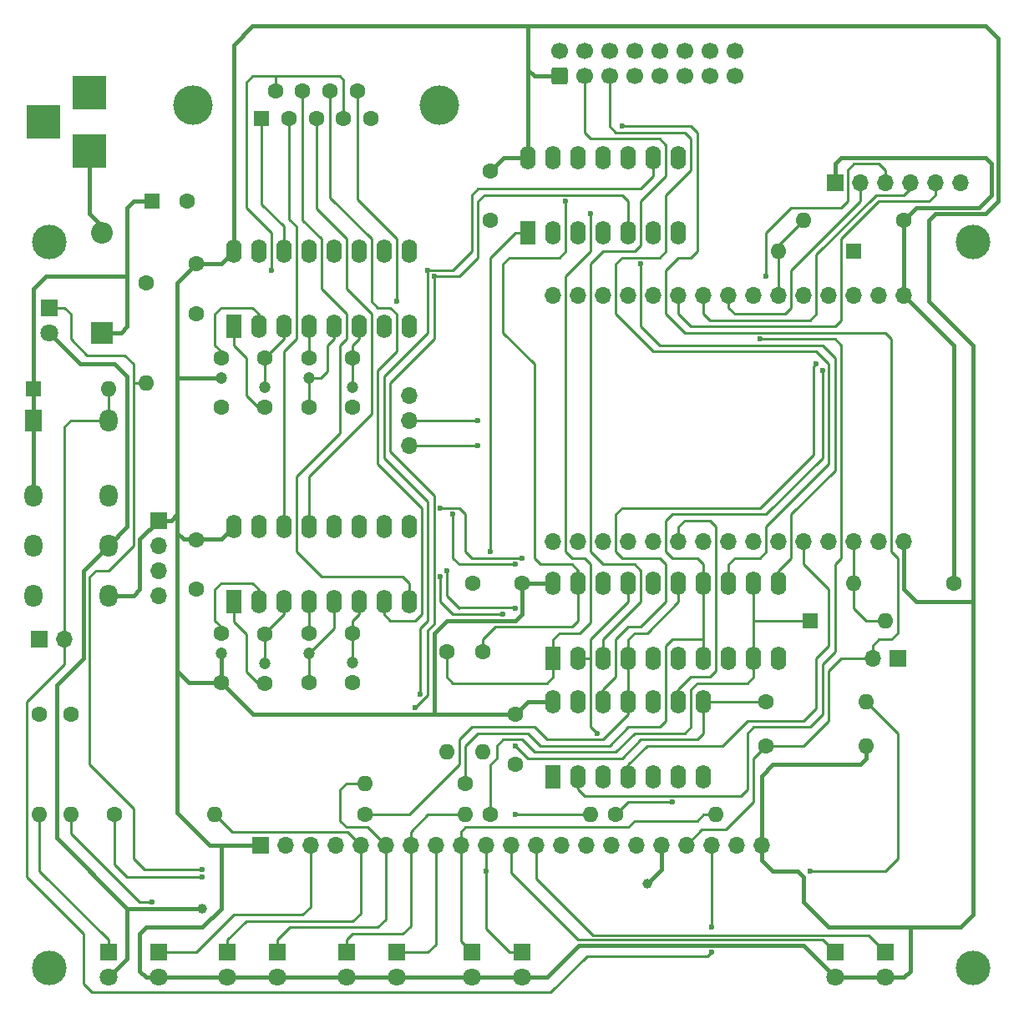
<source format=gtl>
G04 #@! TF.GenerationSoftware,KiCad,Pcbnew,8.0.4*
G04 #@! TF.CreationDate,2024-07-28T06:14:52+02:00*
G04 #@! TF.ProjectId,BulkyModem-32 Module,42756c6b-794d-46f6-9465-6d2d3332204d,rev?*
G04 #@! TF.SameCoordinates,Original*
G04 #@! TF.FileFunction,Copper,L1,Top*
G04 #@! TF.FilePolarity,Positive*
%FSLAX46Y46*%
G04 Gerber Fmt 4.6, Leading zero omitted, Abs format (unit mm)*
G04 Created by KiCad (PCBNEW 8.0.4) date 2024-07-28 06:14:52*
%MOMM*%
%LPD*%
G01*
G04 APERTURE LIST*
G04 Aperture macros list*
%AMRoundRect*
0 Rectangle with rounded corners*
0 $1 Rounding radius*
0 $2 $3 $4 $5 $6 $7 $8 $9 X,Y pos of 4 corners*
0 Add a 4 corners polygon primitive as box body*
4,1,4,$2,$3,$4,$5,$6,$7,$8,$9,$2,$3,0*
0 Add four circle primitives for the rounded corners*
1,1,$1+$1,$2,$3*
1,1,$1+$1,$4,$5*
1,1,$1+$1,$6,$7*
1,1,$1+$1,$8,$9*
0 Add four rect primitives between the rounded corners*
20,1,$1+$1,$2,$3,$4,$5,0*
20,1,$1+$1,$4,$5,$6,$7,0*
20,1,$1+$1,$6,$7,$8,$9,0*
20,1,$1+$1,$8,$9,$2,$3,0*%
G04 Aperture macros list end*
G04 #@! TA.AperFunction,ComponentPad*
%ADD10R,1.700000X1.700000*%
G04 #@! TD*
G04 #@! TA.AperFunction,ComponentPad*
%ADD11O,1.700000X1.700000*%
G04 #@! TD*
G04 #@! TA.AperFunction,ComponentPad*
%ADD12O,1.600000X2.400000*%
G04 #@! TD*
G04 #@! TA.AperFunction,ComponentPad*
%ADD13R,1.600000X2.400000*%
G04 #@! TD*
G04 #@! TA.AperFunction,ComponentPad*
%ADD14C,1.600000*%
G04 #@! TD*
G04 #@! TA.AperFunction,ComponentPad*
%ADD15O,1.600000X1.600000*%
G04 #@! TD*
G04 #@! TA.AperFunction,ComponentPad*
%ADD16R,1.600000X1.600000*%
G04 #@! TD*
G04 #@! TA.AperFunction,ComponentPad*
%ADD17C,3.500000*%
G04 #@! TD*
G04 #@! TA.AperFunction,ComponentPad*
%ADD18R,1.800000X1.800000*%
G04 #@! TD*
G04 #@! TA.AperFunction,ComponentPad*
%ADD19C,1.800000*%
G04 #@! TD*
G04 #@! TA.AperFunction,ComponentPad*
%ADD20C,4.000000*%
G04 #@! TD*
G04 #@! TA.AperFunction,ComponentPad*
%ADD21R,3.500000X3.500000*%
G04 #@! TD*
G04 #@! TA.AperFunction,ComponentPad*
%ADD22O,1.800000X2.300000*%
G04 #@! TD*
G04 #@! TA.AperFunction,ComponentPad*
%ADD23R,1.800000X2.300000*%
G04 #@! TD*
G04 #@! TA.AperFunction,ComponentPad*
%ADD24C,1.200000*%
G04 #@! TD*
G04 #@! TA.AperFunction,ComponentPad*
%ADD25C,1.700000*%
G04 #@! TD*
G04 #@! TA.AperFunction,ComponentPad*
%ADD26RoundRect,0.250000X0.600000X-0.600000X0.600000X0.600000X-0.600000X0.600000X-0.600000X-0.600000X0*%
G04 #@! TD*
G04 #@! TA.AperFunction,ComponentPad*
%ADD27R,2.200000X2.200000*%
G04 #@! TD*
G04 #@! TA.AperFunction,ComponentPad*
%ADD28O,2.200000X2.200000*%
G04 #@! TD*
G04 #@! TA.AperFunction,ViaPad*
%ADD29C,0.600000*%
G04 #@! TD*
G04 #@! TA.AperFunction,ViaPad*
%ADD30C,1.000000*%
G04 #@! TD*
G04 #@! TA.AperFunction,Conductor*
%ADD31C,0.250000*%
G04 #@! TD*
G04 #@! TA.AperFunction,Conductor*
%ADD32C,0.381000*%
G04 #@! TD*
G04 APERTURE END LIST*
D10*
X153035000Y-71755000D03*
D11*
X155575000Y-71755000D03*
X158115000Y-71755000D03*
X160655000Y-71755000D03*
X163195000Y-71755000D03*
X165735000Y-71755000D03*
D12*
X121920000Y-69215000D03*
X124460000Y-69215000D03*
X127000000Y-69215000D03*
X129540000Y-69215000D03*
X132080000Y-69215000D03*
X134620000Y-69215000D03*
X137160000Y-69215000D03*
X137160000Y-76835000D03*
X134620000Y-76835000D03*
X132080000Y-76835000D03*
X129540000Y-76835000D03*
X127000000Y-76835000D03*
X124460000Y-76835000D03*
D13*
X121920000Y-76835000D03*
D14*
X165100000Y-112395000D03*
D15*
X154940000Y-112395000D03*
X149860000Y-75565000D03*
D14*
X160020000Y-75565000D03*
D16*
X154940000Y-78740000D03*
D15*
X147320000Y-78740000D03*
D16*
X150495000Y-116205000D03*
D15*
X158115000Y-116205000D03*
D17*
X167005000Y-77785000D03*
X73355000Y-77785000D03*
X167005000Y-151435000D03*
D11*
X124460000Y-108185000D03*
X127000000Y-108185000D03*
X129540000Y-108185000D03*
X132080000Y-108185000D03*
X134620000Y-108185000D03*
X137160000Y-108185000D03*
X139700000Y-108185000D03*
X142240000Y-108185000D03*
X144780000Y-108185000D03*
X147320000Y-108185000D03*
X149860000Y-108185000D03*
X152400000Y-108185000D03*
X154940000Y-108185000D03*
X157480000Y-108185000D03*
X160020000Y-108185000D03*
X160020000Y-83185000D03*
X157480000Y-83185000D03*
X154940000Y-83185000D03*
X152400000Y-83185000D03*
X149860000Y-83185000D03*
X147320000Y-83185000D03*
X144780000Y-83185000D03*
X142240000Y-83185000D03*
X139700000Y-83185000D03*
X137160000Y-83185000D03*
X134620000Y-83185000D03*
X132080000Y-83185000D03*
X129540000Y-83185000D03*
X127000000Y-83185000D03*
X124460000Y-83185000D03*
D18*
X84455000Y-149860000D03*
D19*
X84455000Y-152400000D03*
D18*
X96520000Y-149860000D03*
D19*
X96520000Y-152400000D03*
D18*
X91440000Y-149860000D03*
D19*
X91440000Y-152400000D03*
D18*
X108585000Y-149860000D03*
D19*
X108585000Y-152400000D03*
D18*
X103505000Y-149860000D03*
D19*
X103505000Y-152400000D03*
D18*
X153035000Y-149860000D03*
D19*
X153035000Y-152400000D03*
D18*
X158115000Y-149860000D03*
D19*
X158115000Y-152400000D03*
D14*
X104600000Y-62438000D03*
X101830000Y-62438000D03*
X99060000Y-62438000D03*
X96290000Y-62438000D03*
X105985000Y-65278000D03*
X103215000Y-65278000D03*
X100445000Y-65278000D03*
X97675000Y-65278000D03*
D16*
X94905000Y-65278000D03*
D20*
X87945000Y-63858000D03*
X112945000Y-63858000D03*
D10*
X94780000Y-138970000D03*
D11*
X97320000Y-138970000D03*
X99860000Y-138970000D03*
X102400000Y-138970000D03*
X104940000Y-138970000D03*
X107480000Y-138970000D03*
X110020000Y-138970000D03*
X112560000Y-138970000D03*
X115100000Y-138970000D03*
X117640000Y-138970000D03*
X120180000Y-138970000D03*
X122720000Y-138970000D03*
X125260000Y-138970000D03*
X127800000Y-138970000D03*
X130340000Y-138970000D03*
X132880000Y-138970000D03*
X135420000Y-138970000D03*
X137960000Y-138970000D03*
X140500000Y-138970000D03*
X143040000Y-138970000D03*
X145580000Y-138970000D03*
X74930000Y-118110000D03*
D10*
X72390000Y-118110000D03*
X159385000Y-120015000D03*
D11*
X156845000Y-120015000D03*
D17*
X73355000Y-151435000D03*
D14*
X115570000Y-132715000D03*
D15*
X105410000Y-132715000D03*
D14*
X80010000Y-135890000D03*
D15*
X90170000Y-135890000D03*
D14*
X118110000Y-135890000D03*
D15*
X128270000Y-135890000D03*
D14*
X105410000Y-135890000D03*
D15*
X115570000Y-135890000D03*
D14*
X113665000Y-119380000D03*
D15*
X113665000Y-129540000D03*
D14*
X117348000Y-119380000D03*
D15*
X117348000Y-129540000D03*
D13*
X92075000Y-114300000D03*
D12*
X94615000Y-114300000D03*
X97155000Y-114300000D03*
X99695000Y-114300000D03*
X102235000Y-114300000D03*
X104775000Y-114300000D03*
X107315000Y-114300000D03*
X109855000Y-114300000D03*
X109855000Y-106680000D03*
X107315000Y-106680000D03*
X104775000Y-106680000D03*
X102235000Y-106680000D03*
X99695000Y-106680000D03*
X97155000Y-106680000D03*
X94615000Y-106680000D03*
X92075000Y-106680000D03*
D21*
X77470000Y-68580000D03*
X77470000Y-62580000D03*
X72770000Y-65580000D03*
D22*
X79375000Y-95885000D03*
X79375000Y-103505000D03*
X79375000Y-108585000D03*
X79375000Y-113665000D03*
X71755000Y-113665000D03*
X71755000Y-108585000D03*
X71755000Y-103505000D03*
D23*
X71755000Y-95885000D03*
D14*
X90805000Y-89535000D03*
D24*
X90805000Y-91535000D03*
D14*
X90805000Y-94535000D03*
X104140000Y-94535000D03*
D24*
X104140000Y-92535000D03*
D14*
X104140000Y-89535000D03*
X99695000Y-89535000D03*
D24*
X99695000Y-91535000D03*
D14*
X99695000Y-94535000D03*
X95250000Y-94535000D03*
D24*
X95250000Y-92535000D03*
D14*
X95250000Y-89535000D03*
X88265000Y-80010000D03*
X88265000Y-85010000D03*
X118110000Y-75565000D03*
X118110000Y-70565000D03*
D18*
X116205000Y-149860000D03*
D19*
X116205000Y-152400000D03*
D14*
X130810000Y-135890000D03*
D15*
X140970000Y-135890000D03*
D13*
X92075000Y-86360000D03*
D12*
X94615000Y-86360000D03*
X97155000Y-86360000D03*
X99695000Y-86360000D03*
X102235000Y-86360000D03*
X104775000Y-86360000D03*
X107315000Y-86360000D03*
X109855000Y-86360000D03*
X109855000Y-78740000D03*
X107315000Y-78740000D03*
X104775000Y-78740000D03*
X102235000Y-78740000D03*
X99695000Y-78740000D03*
X97155000Y-78740000D03*
X94615000Y-78740000D03*
X92075000Y-78740000D03*
D14*
X116285000Y-112395000D03*
X121285000Y-112395000D03*
X88265000Y-107990000D03*
X88265000Y-112990000D03*
X95250000Y-122555000D03*
D24*
X95250000Y-120555000D03*
D14*
X95250000Y-117555000D03*
X99695000Y-117475000D03*
D24*
X99695000Y-119475000D03*
D14*
X99695000Y-122475000D03*
X90805000Y-117475000D03*
D24*
X90805000Y-119475000D03*
D14*
X90805000Y-122475000D03*
X104140000Y-122475000D03*
D24*
X104140000Y-120475000D03*
D14*
X104140000Y-117475000D03*
D25*
X142875000Y-58420000D03*
X140335000Y-58420000D03*
X137795000Y-58420000D03*
X135255000Y-58420000D03*
X132715000Y-58420000D03*
X130175000Y-58420000D03*
X127635000Y-58420000D03*
X125095000Y-58420000D03*
X142875000Y-60960000D03*
X140335000Y-60960000D03*
X137795000Y-60960000D03*
X135255000Y-60960000D03*
X132715000Y-60960000D03*
X130175000Y-60960000D03*
X127635000Y-60960000D03*
D26*
X125095000Y-60960000D03*
D14*
X75565000Y-125730000D03*
D15*
X75565000Y-135890000D03*
D18*
X121285000Y-149860000D03*
D19*
X121285000Y-152400000D03*
D14*
X146050000Y-124460000D03*
D15*
X156210000Y-124460000D03*
D14*
X120650000Y-125730000D03*
X120650000Y-130730000D03*
D27*
X78740000Y-86995000D03*
D28*
X78740000Y-76835000D03*
D14*
X72390000Y-125730000D03*
D15*
X72390000Y-135890000D03*
D13*
X124460000Y-132080000D03*
D12*
X127000000Y-132080000D03*
X129540000Y-132080000D03*
X132080000Y-132080000D03*
X134620000Y-132080000D03*
X137160000Y-132080000D03*
X139700000Y-132080000D03*
X139700000Y-124460000D03*
X137160000Y-124460000D03*
X134620000Y-124460000D03*
X132080000Y-124460000D03*
X129540000Y-124460000D03*
X127000000Y-124460000D03*
X124460000Y-124460000D03*
D18*
X79375000Y-149860000D03*
D19*
X79375000Y-152400000D03*
D18*
X73355000Y-84450000D03*
D19*
X73355000Y-86990000D03*
D14*
X83185000Y-81915000D03*
D15*
X83185000Y-92075000D03*
D16*
X83820000Y-73660000D03*
D14*
X87320000Y-73660000D03*
X146050000Y-128905000D03*
D15*
X156210000Y-128905000D03*
D10*
X84455000Y-106045000D03*
D11*
X84455000Y-108585000D03*
X84455000Y-111125000D03*
X84455000Y-113665000D03*
X109855000Y-98425000D03*
X109855000Y-95885000D03*
X109855000Y-93345000D03*
D15*
X79375000Y-92710000D03*
D16*
X71755000Y-92710000D03*
D13*
X124460000Y-120005000D03*
D12*
X127000000Y-120005000D03*
X129540000Y-120005000D03*
X132080000Y-120005000D03*
X134620000Y-120005000D03*
X137160000Y-120005000D03*
X139700000Y-120005000D03*
X142240000Y-120005000D03*
X144780000Y-120005000D03*
X147320000Y-120005000D03*
X147320000Y-112385000D03*
X144780000Y-112385000D03*
X142240000Y-112385000D03*
X139700000Y-112385000D03*
X137160000Y-112385000D03*
X134620000Y-112385000D03*
X132080000Y-112385000D03*
X129540000Y-112385000D03*
X127000000Y-112385000D03*
X124460000Y-112385000D03*
D29*
X116840000Y-98425000D03*
X116840000Y-95885000D03*
X128270000Y-74930000D03*
X146050000Y-81280000D03*
X133350000Y-80010000D03*
X131445000Y-66040000D03*
X118110000Y-109220000D03*
X114300000Y-105410000D03*
X120650000Y-110490000D03*
X113020000Y-104775000D03*
X121285000Y-109855000D03*
X113665000Y-111125000D03*
X113030000Y-111760000D03*
X120594500Y-114935000D03*
X119380000Y-115514500D03*
X128905000Y-127635000D03*
X151765000Y-90805000D03*
X151130000Y-90170000D03*
X125730000Y-73660000D03*
X145415000Y-87630000D03*
X150495000Y-141605000D03*
X120650000Y-128905000D03*
X111760000Y-80645000D03*
X110972808Y-123672808D03*
X110490000Y-125039500D03*
X112395000Y-81280000D03*
X108585000Y-83820000D03*
X117640000Y-141605000D03*
X136525000Y-134620000D03*
X95885000Y-80645000D03*
X88900000Y-142240000D03*
X140500000Y-147320000D03*
X140500000Y-149860000D03*
X83820000Y-144724500D03*
X120650000Y-135890000D03*
D30*
X133985000Y-142875000D03*
X88900000Y-145415000D03*
D29*
X88900000Y-141439997D03*
D31*
X116840000Y-98425000D02*
X109855000Y-98425000D01*
X116840000Y-95885000D02*
X109855000Y-95885000D01*
X123190000Y-110490000D02*
X126365000Y-110490000D01*
X122555000Y-109855000D02*
X123190000Y-110490000D01*
X122555000Y-90170000D02*
X122555000Y-109855000D01*
X119380000Y-86995000D02*
X122555000Y-90170000D01*
X119380000Y-80010000D02*
X119380000Y-86995000D01*
X120015000Y-79375000D02*
X119380000Y-80010000D01*
X125730000Y-78740000D02*
X125095000Y-79375000D01*
X127000000Y-111125000D02*
X127000000Y-112385000D01*
X125730000Y-73660000D02*
X125730000Y-78740000D01*
X125095000Y-79375000D02*
X120015000Y-79375000D01*
X126365000Y-110490000D02*
X127000000Y-111125000D01*
X124460000Y-118110000D02*
X124460000Y-120005000D01*
X125095000Y-117475000D02*
X124460000Y-118110000D01*
X128270000Y-110490000D02*
X128270000Y-116363750D01*
X128270000Y-116363750D02*
X127158750Y-117475000D01*
X127158750Y-117475000D02*
X125095000Y-117475000D01*
X126365000Y-109855000D02*
X127635000Y-109855000D01*
X125730000Y-81280000D02*
X125730000Y-109220000D01*
X127635000Y-109855000D02*
X128270000Y-110490000D01*
X128270000Y-78740000D02*
X125730000Y-81280000D01*
X128270000Y-74930000D02*
X128270000Y-78740000D01*
X125730000Y-109220000D02*
X126365000Y-109855000D01*
X129540000Y-118110000D02*
X129540000Y-120005000D01*
X133350000Y-111125000D02*
X133350000Y-114300000D01*
X132715000Y-110490000D02*
X133350000Y-111125000D01*
X129540000Y-110490000D02*
X132715000Y-110490000D01*
X128270000Y-109220000D02*
X129540000Y-110490000D01*
X128270000Y-80010000D02*
X128270000Y-109220000D01*
X132715000Y-78740000D02*
X129540000Y-78740000D01*
X133350000Y-114300000D02*
X129540000Y-118110000D01*
X133350000Y-73660000D02*
X133350000Y-78105000D01*
X135890000Y-71120000D02*
X133350000Y-73660000D01*
X135255000Y-67310000D02*
X135890000Y-67945000D01*
X128270000Y-67310000D02*
X135255000Y-67310000D01*
X129540000Y-78740000D02*
X128270000Y-80010000D01*
X127635000Y-66675000D02*
X128270000Y-67310000D01*
X135890000Y-67945000D02*
X135890000Y-71120000D01*
X127635000Y-60960000D02*
X127635000Y-66675000D01*
X133350000Y-78105000D02*
X132715000Y-78740000D01*
X142240000Y-110490000D02*
X142240000Y-112385000D01*
X142875000Y-109855000D02*
X142240000Y-110490000D01*
X146050000Y-109220000D02*
X145415000Y-109855000D01*
X146050000Y-106680000D02*
X146050000Y-109220000D01*
X152400000Y-100330000D02*
X146050000Y-106680000D01*
X152400000Y-90170000D02*
X152400000Y-100330000D01*
X134620000Y-88900000D02*
X151130000Y-88900000D01*
X130810000Y-85090000D02*
X134620000Y-88900000D01*
X145415000Y-109855000D02*
X142875000Y-109855000D01*
X130810000Y-80010000D02*
X130810000Y-85090000D01*
X131445000Y-79375000D02*
X130810000Y-80010000D01*
X135255000Y-79375000D02*
X131445000Y-79375000D01*
X138430000Y-70485000D02*
X135890000Y-73025000D01*
X137795000Y-66675000D02*
X138430000Y-67310000D01*
X130810000Y-66675000D02*
X137795000Y-66675000D01*
X135890000Y-73025000D02*
X135890000Y-78740000D01*
X138430000Y-67310000D02*
X138430000Y-70485000D01*
X130175000Y-66040000D02*
X130810000Y-66675000D01*
X130175000Y-60960000D02*
X130175000Y-66040000D01*
X151130000Y-88900000D02*
X152400000Y-90170000D01*
X135890000Y-78740000D02*
X135255000Y-79375000D01*
X120650000Y-76835000D02*
X121920000Y-76835000D01*
X118110000Y-79375000D02*
X120650000Y-76835000D01*
X118110000Y-109220000D02*
X118110000Y-79375000D01*
X147320000Y-111125000D02*
X147320000Y-112385000D01*
X148590000Y-109855000D02*
X147320000Y-111125000D01*
X153035000Y-100965000D02*
X148590000Y-105410000D01*
X148590000Y-105410000D02*
X148590000Y-109855000D01*
X151765000Y-88265000D02*
X153035000Y-89535000D01*
X153035000Y-89535000D02*
X153035000Y-100965000D01*
X135255000Y-88265000D02*
X151765000Y-88265000D01*
X133350000Y-86360000D02*
X135255000Y-88265000D01*
X133350000Y-80010000D02*
X133350000Y-86360000D01*
X138430000Y-66040000D02*
X131445000Y-66040000D01*
X139065000Y-66675000D02*
X138430000Y-66040000D01*
X139065000Y-78740000D02*
X139065000Y-66675000D01*
X138430000Y-79375000D02*
X139065000Y-78740000D01*
X137160000Y-79375000D02*
X138430000Y-79375000D01*
X135890000Y-80645000D02*
X137160000Y-79375000D01*
X135890000Y-85090000D02*
X135890000Y-80645000D01*
X137795000Y-86995000D02*
X135890000Y-85090000D01*
X137795000Y-86995000D02*
X158115000Y-86995000D01*
X157480000Y-69850000D02*
X158115000Y-70485000D01*
X158115000Y-70485000D02*
X158115000Y-71755000D01*
X154940000Y-69850000D02*
X157480000Y-69850000D01*
X154305000Y-70485000D02*
X154940000Y-69850000D01*
X154305000Y-73660000D02*
X154305000Y-70485000D01*
X148590000Y-74295000D02*
X153670000Y-74295000D01*
X146050000Y-76835000D02*
X148590000Y-74295000D01*
X146050000Y-81280000D02*
X146050000Y-76835000D01*
X153670000Y-74295000D02*
X154305000Y-73660000D01*
X158750000Y-118110000D02*
X157480000Y-118110000D01*
X159385000Y-117475000D02*
X158750000Y-118110000D01*
X157480000Y-118110000D02*
X156845000Y-118745000D01*
X159385000Y-109855000D02*
X159385000Y-117475000D01*
X158750000Y-109220000D02*
X159385000Y-109855000D01*
X158115000Y-86995000D02*
X158750000Y-87630000D01*
X158750000Y-87630000D02*
X158750000Y-109220000D01*
X156845000Y-118745000D02*
X156845000Y-120015000D01*
X130810000Y-121920000D02*
X129540000Y-123190000D01*
X129540000Y-123190000D02*
X129540000Y-124460000D01*
X130810000Y-118110000D02*
X130810000Y-121920000D01*
X132080000Y-116840000D02*
X130810000Y-118110000D01*
X135890000Y-114300000D02*
X133350000Y-116840000D01*
X133350000Y-116840000D02*
X132080000Y-116840000D01*
X135255000Y-109855000D02*
X135890000Y-110490000D01*
X135890000Y-110490000D02*
X135890000Y-114300000D01*
X130810000Y-109220000D02*
X131445000Y-109855000D01*
X130810000Y-105410000D02*
X130810000Y-109220000D01*
X131445000Y-104775000D02*
X130810000Y-105410000D01*
X150812500Y-99377500D02*
X145415000Y-104775000D01*
X145415000Y-104775000D02*
X131445000Y-104775000D01*
X150812500Y-90487500D02*
X150812500Y-99377500D01*
X131445000Y-109855000D02*
X135255000Y-109855000D01*
X151130000Y-90170000D02*
X150812500Y-90487500D01*
X139700000Y-110490000D02*
X139700000Y-112385000D01*
X136525000Y-109855000D02*
X139065000Y-109855000D01*
X135890000Y-106045000D02*
X135890000Y-109220000D01*
X136525000Y-105410000D02*
X135890000Y-106045000D01*
X139065000Y-109855000D02*
X139700000Y-110490000D01*
X146050000Y-105410000D02*
X136525000Y-105410000D01*
X151765000Y-99695000D02*
X146050000Y-105410000D01*
X135890000Y-109220000D02*
X136525000Y-109855000D01*
X151765000Y-90805000D02*
X151765000Y-99695000D01*
X138430698Y-121920000D02*
X137160000Y-123190698D01*
X140335000Y-106045000D02*
X140970000Y-106680000D01*
X137795000Y-106045000D02*
X140335000Y-106045000D01*
X140970000Y-121285000D02*
X140335000Y-121920000D01*
X140970000Y-106680000D02*
X140970000Y-121285000D01*
X137160000Y-106680000D02*
X137795000Y-106045000D01*
X137160000Y-108185000D02*
X137160000Y-106680000D01*
X140335000Y-121920000D02*
X138430698Y-121920000D01*
X137160000Y-123190698D02*
X137160000Y-124460000D01*
X114935000Y-104775000D02*
X113020000Y-104775000D01*
X115570000Y-105410000D02*
X114935000Y-104775000D01*
X115570000Y-109220000D02*
X115570000Y-105410000D01*
X121285000Y-109855000D02*
X116205000Y-109855000D01*
X116205000Y-109855000D02*
X115570000Y-109220000D01*
X114300000Y-109855000D02*
X114300000Y-105410000D01*
X114935000Y-110490000D02*
X114300000Y-109855000D01*
X120650000Y-110490000D02*
X114935000Y-110490000D01*
X113665000Y-113665000D02*
X113665000Y-111125000D01*
X114980500Y-114889500D02*
X114935000Y-114935000D01*
X114935000Y-114935000D02*
X113665000Y-113665000D01*
X120549000Y-114889500D02*
X114980500Y-114889500D01*
X120594500Y-114935000D02*
X120549000Y-114889500D01*
X113030000Y-114300000D02*
X113030000Y-111760000D01*
X119380000Y-115514500D02*
X114244500Y-115514500D01*
X114244500Y-115514500D02*
X113030000Y-114300000D01*
X99060000Y-75565000D02*
X99060000Y-62438000D01*
X100965000Y-82550000D02*
X100965000Y-77470000D01*
X103505000Y-85090000D02*
X100965000Y-82550000D01*
X100965000Y-77470000D02*
X99060000Y-75565000D01*
X102870000Y-88265000D02*
X103505000Y-87630000D01*
X102870000Y-97155000D02*
X102870000Y-88265000D01*
X98425000Y-101600000D02*
X102870000Y-97155000D01*
X100965000Y-111760000D02*
X98425000Y-109220000D01*
X103505000Y-87630000D02*
X103505000Y-85090000D01*
X109855000Y-112395000D02*
X109220000Y-111760000D01*
X98425000Y-109220000D02*
X98425000Y-101600000D01*
X109855000Y-114300000D02*
X109855000Y-112395000D01*
X109220000Y-111760000D02*
X100965000Y-111760000D01*
X132080000Y-118110000D02*
X132080000Y-120005000D01*
X132715000Y-117475000D02*
X132080000Y-118110000D01*
X137160000Y-114300000D02*
X133985000Y-117475000D01*
X133985000Y-117475000D02*
X132715000Y-117475000D01*
X137160000Y-112385000D02*
X137160000Y-114300000D01*
D32*
X121285000Y-115570000D02*
X121285000Y-112395000D01*
X120650000Y-116205000D02*
X121285000Y-115570000D01*
X113665000Y-116205000D02*
X120650000Y-116205000D01*
X112395000Y-117475000D02*
X113665000Y-116205000D01*
X112395000Y-125730000D02*
X112395000Y-117475000D01*
X124460000Y-112385000D02*
X121295000Y-112385000D01*
D31*
X118618000Y-116840000D02*
X117348000Y-118110000D01*
X127000000Y-116205000D02*
X126365000Y-116840000D01*
X126365000Y-116840000D02*
X118618000Y-116840000D01*
X117348000Y-118110000D02*
X117348000Y-119380000D01*
X127000000Y-112385000D02*
X127000000Y-116205000D01*
X127000000Y-120005000D02*
X128260000Y-120005000D01*
X128270000Y-120015000D02*
X128270000Y-127000000D01*
X128270000Y-118110000D02*
X128270000Y-120015000D01*
X128260000Y-120005000D02*
X128270000Y-120015000D01*
X132080000Y-114300000D02*
X128270000Y-118110000D01*
X128905000Y-127635000D02*
X128270000Y-127000000D01*
X114935000Y-130810000D02*
X109855000Y-135890000D01*
X109855000Y-135890000D02*
X105410000Y-135890000D01*
X116205000Y-127000000D02*
X114935000Y-128270000D01*
X122555000Y-127000000D02*
X116205000Y-127000000D01*
X114935000Y-128270000D02*
X114935000Y-130810000D01*
X129540000Y-128270000D02*
X123825000Y-128270000D01*
X123825000Y-128270000D02*
X122555000Y-127000000D01*
X132080000Y-125730000D02*
X129540000Y-128270000D01*
X132080000Y-124460000D02*
X132080000Y-125730000D01*
X115570000Y-128905000D02*
X115570000Y-132715000D01*
X121920000Y-127635000D02*
X116840000Y-127635000D01*
X130175000Y-128905000D02*
X123190000Y-128905000D01*
X132080000Y-127000000D02*
X130175000Y-128905000D01*
X123190000Y-128905000D02*
X121920000Y-127635000D01*
X135255000Y-127000000D02*
X132080000Y-127000000D01*
X116840000Y-127635000D02*
X115570000Y-128905000D01*
X135890000Y-126365000D02*
X135255000Y-127000000D01*
X136525000Y-118110000D02*
X135890000Y-118745000D01*
X135890000Y-118745000D02*
X135890000Y-126365000D01*
X139700000Y-118110000D02*
X136525000Y-118110000D01*
X118110000Y-130810000D02*
X118110000Y-135890000D01*
X119380000Y-128270000D02*
X118745000Y-128905000D01*
X121285000Y-128270000D02*
X119380000Y-128270000D01*
X118745000Y-128905000D02*
X118745000Y-130175000D01*
X122555000Y-129540000D02*
X121285000Y-128270000D01*
X132715000Y-127635000D02*
X130810000Y-129540000D01*
X118745000Y-130175000D02*
X118110000Y-130810000D01*
X137795000Y-127635000D02*
X132715000Y-127635000D01*
X144780000Y-120005000D02*
X144780000Y-121915000D01*
X139065000Y-122555000D02*
X138430000Y-123190000D01*
X144780000Y-121915000D02*
X144140000Y-122555000D01*
X138430000Y-123190000D02*
X138430000Y-127000000D01*
X144140000Y-122555000D02*
X139065000Y-122555000D01*
X138430000Y-127000000D02*
X137795000Y-127635000D01*
X130810000Y-129540000D02*
X122555000Y-129540000D01*
X139700000Y-127635000D02*
X139700000Y-124460000D01*
X133350000Y-128270000D02*
X139065000Y-128270000D01*
X139065000Y-128270000D02*
X139700000Y-127635000D01*
X131445000Y-130175000D02*
X133350000Y-128270000D01*
X121920000Y-130175000D02*
X131445000Y-130175000D01*
X120650000Y-128905000D02*
X121920000Y-130175000D01*
X149860000Y-110490000D02*
X149860000Y-108185000D01*
X152400000Y-113030000D02*
X149860000Y-110490000D01*
X152400000Y-118745000D02*
X152400000Y-113030000D01*
X151130000Y-125095000D02*
X151130000Y-120015000D01*
X149860000Y-126365000D02*
X151130000Y-125095000D01*
X141605000Y-128905000D02*
X144145000Y-126365000D01*
X151130000Y-120015000D02*
X152400000Y-118745000D01*
X133985000Y-128905000D02*
X141605000Y-128905000D01*
X144145000Y-126365000D02*
X149860000Y-126365000D01*
X132080000Y-130810000D02*
X133985000Y-128905000D01*
X132080000Y-132080000D02*
X132080000Y-130810000D01*
X139700000Y-118110000D02*
X139700000Y-112385000D01*
X139700000Y-120005000D02*
X139700000Y-118110000D01*
X153035000Y-87630000D02*
X145415000Y-87630000D01*
X153670000Y-88265000D02*
X153035000Y-87630000D01*
X153670000Y-109855000D02*
X153670000Y-88265000D01*
X153035000Y-110490000D02*
X153670000Y-109855000D01*
X153035000Y-119380000D02*
X153035000Y-110490000D01*
X151765000Y-125730698D02*
X151765000Y-120650000D01*
X144780000Y-127000000D02*
X150495698Y-127000000D01*
X144145000Y-127635000D02*
X144780000Y-127000000D01*
X143510000Y-133985000D02*
X144145000Y-133350000D01*
X144145000Y-133350000D02*
X144145000Y-127635000D01*
X151765000Y-120650000D02*
X153035000Y-119380000D01*
X127000000Y-133350000D02*
X127635000Y-133985000D01*
X150495698Y-127000000D02*
X151765000Y-125730698D01*
X127635000Y-133985000D02*
X143510000Y-133985000D01*
X127000000Y-132080000D02*
X127000000Y-133350000D01*
X132080000Y-134620000D02*
X130810000Y-135890000D01*
X136525000Y-134620000D02*
X132080000Y-134620000D01*
X132080000Y-114300000D02*
X132080000Y-112385000D01*
X158115000Y-141605000D02*
X150495000Y-141605000D01*
X159385000Y-127635000D02*
X159385000Y-140335000D01*
X156210000Y-124460000D02*
X159385000Y-127635000D01*
X146050000Y-124460000D02*
X139700000Y-124460000D01*
X159385000Y-140335000D02*
X158115000Y-141605000D01*
X152400000Y-121285000D02*
X153670000Y-120015000D01*
X152400000Y-126365000D02*
X152400000Y-121285000D01*
X149860000Y-128905000D02*
X152400000Y-126365000D01*
X146050000Y-128905000D02*
X149860000Y-128905000D01*
X139516000Y-137414000D02*
X137960000Y-138970000D01*
X144780000Y-130175000D02*
X144780000Y-134620000D01*
X141986000Y-137414000D02*
X139516000Y-137414000D01*
X146050000Y-128905000D02*
X144780000Y-130175000D01*
X144780000Y-134620000D02*
X141986000Y-137414000D01*
D32*
X156210000Y-130175000D02*
X156210000Y-128905000D01*
X155575000Y-130810000D02*
X156210000Y-130175000D01*
X146685000Y-130810000D02*
X155575000Y-130810000D01*
X145580000Y-131915000D02*
X146685000Y-130810000D01*
X145580000Y-138970000D02*
X145580000Y-131915000D01*
D31*
X156210000Y-116205000D02*
X158115000Y-116205000D01*
X154940000Y-114935000D02*
X156210000Y-116205000D01*
X154940000Y-112395000D02*
X154940000Y-114935000D01*
X150495000Y-116205000D02*
X144780000Y-116205000D01*
X156845000Y-120015000D02*
X153670000Y-120015000D01*
X107315000Y-115570000D02*
X107315000Y-114300000D01*
X107950000Y-116205000D02*
X107315000Y-115570000D01*
X110490000Y-116205000D02*
X107950000Y-116205000D01*
X111125000Y-115570000D02*
X110490000Y-116205000D01*
X111125000Y-104775000D02*
X111125000Y-115570000D01*
X106680000Y-90805000D02*
X106680000Y-100330000D01*
X106680000Y-84455000D02*
X107950000Y-84455000D01*
X108585000Y-88900000D02*
X106680000Y-90805000D01*
X107950000Y-84455000D02*
X108585000Y-85090000D01*
X106045000Y-83820000D02*
X106680000Y-84455000D01*
X108585000Y-85090000D02*
X108585000Y-88900000D01*
X101830000Y-73255000D02*
X106045000Y-77470000D01*
X106045000Y-77470000D02*
X106045000Y-83820000D01*
X106680000Y-100330000D02*
X111125000Y-104775000D01*
X101830000Y-62438000D02*
X101830000Y-73255000D01*
X112395000Y-87630000D02*
X112395000Y-81280000D01*
X112395000Y-103505000D02*
X107950000Y-99060000D01*
X111760000Y-117157500D02*
X112395000Y-116522500D01*
X107950000Y-99060000D02*
X107950000Y-92075000D01*
X111760000Y-123769500D02*
X111760000Y-117157500D01*
X110490000Y-125039500D02*
X111760000Y-123769500D01*
X112395000Y-116522500D02*
X112395000Y-103505000D01*
X107950000Y-92075000D02*
X112395000Y-87630000D01*
X107315000Y-99695000D02*
X107315000Y-91440000D01*
X107315000Y-91440000D02*
X111760000Y-86995000D01*
X111760000Y-80645000D02*
X111760000Y-86995000D01*
X111760000Y-104140000D02*
X107315000Y-99695000D01*
X111760000Y-104140000D02*
X111760000Y-116205000D01*
X114300000Y-122555000D02*
X113665000Y-121920000D01*
X123825000Y-122555000D02*
X114300000Y-122555000D01*
X113665000Y-121920000D02*
X113665000Y-119380000D01*
X124460000Y-121920000D02*
X123825000Y-122555000D01*
X124460000Y-120005000D02*
X124460000Y-121920000D01*
X131445000Y-73025000D02*
X132080000Y-73660000D01*
X117475000Y-73025000D02*
X131445000Y-73025000D01*
X116840000Y-73660000D02*
X117475000Y-73025000D01*
X116840000Y-79375000D02*
X116840000Y-73660000D01*
X114935000Y-81280000D02*
X116840000Y-79375000D01*
X112395000Y-81280000D02*
X114935000Y-81280000D01*
X132080000Y-73660000D02*
X132080000Y-76835000D01*
X111760000Y-116205000D02*
X110972808Y-116992192D01*
X110972808Y-116992192D02*
X110972808Y-123672808D01*
D32*
X112395000Y-125730000D02*
X94060000Y-125730000D01*
X120650000Y-125730000D02*
X112395000Y-125730000D01*
X94060000Y-125730000D02*
X90805000Y-122475000D01*
X124460000Y-124460000D02*
X121920000Y-124460000D01*
X121920000Y-124460000D02*
X120650000Y-125730000D01*
D31*
X110020000Y-137630000D02*
X110020000Y-138970000D01*
X111760000Y-135890000D02*
X110020000Y-137630000D01*
X115570000Y-135890000D02*
X111760000Y-135890000D01*
X127000000Y-148590000D02*
X151765000Y-148590000D01*
X151765000Y-148590000D02*
X153035000Y-149860000D01*
X120180000Y-141770000D02*
X127000000Y-148590000D01*
X120180000Y-138970000D02*
X120180000Y-141770000D01*
X156395000Y-148140000D02*
X158115000Y-149860000D01*
X128455000Y-148140000D02*
X156395000Y-148140000D01*
X122720000Y-142405000D02*
X128455000Y-148140000D01*
X122720000Y-138970000D02*
X122720000Y-142405000D01*
X108585000Y-77470000D02*
X108585000Y-83820000D01*
X104600000Y-73485000D02*
X108585000Y-77470000D01*
X104600000Y-62438000D02*
X104600000Y-73485000D01*
X99695000Y-101600000D02*
X99695000Y-106680000D01*
X106045000Y-95250000D02*
X99695000Y-101600000D01*
X106045000Y-85090000D02*
X106045000Y-95250000D01*
X103505000Y-82550000D02*
X106045000Y-85090000D01*
X103505000Y-77470000D02*
X103505000Y-82550000D01*
X100445000Y-74410000D02*
X103505000Y-77470000D01*
X100445000Y-65278000D02*
X100445000Y-74410000D01*
X144780000Y-116205000D02*
X144780000Y-112385000D01*
X144780000Y-120005000D02*
X144780000Y-116205000D01*
D32*
X135420000Y-141440000D02*
X135420000Y-138970000D01*
X133985000Y-142875000D02*
X135420000Y-141440000D01*
D31*
X117640000Y-147485000D02*
X120015000Y-149860000D01*
X120015000Y-149860000D02*
X121285000Y-149860000D01*
X117640000Y-138970000D02*
X117640000Y-147485000D01*
X103505000Y-137160000D02*
X105670000Y-137160000D01*
X102870000Y-133350000D02*
X102870000Y-136525000D01*
X103505000Y-132715000D02*
X102870000Y-133350000D01*
X105410000Y-132715000D02*
X103505000Y-132715000D01*
X102870000Y-136525000D02*
X103505000Y-137160000D01*
X105670000Y-137160000D02*
X107480000Y-138970000D01*
X103580009Y-137610009D02*
X104940000Y-138970000D01*
X91890009Y-137610009D02*
X103580009Y-137610009D01*
X90170000Y-135890000D02*
X91890009Y-137610009D01*
D32*
X119460000Y-69215000D02*
X118110000Y-70565000D01*
X121920000Y-69215000D02*
X119460000Y-69215000D01*
X121920000Y-69215000D02*
X121920000Y-60325000D01*
X153035000Y-69850000D02*
X153035000Y-71755000D01*
X153670000Y-69215000D02*
X153035000Y-69850000D01*
X168910000Y-73025000D02*
X168910000Y-69850000D01*
X167640000Y-74295000D02*
X168910000Y-73025000D01*
X168910000Y-69850000D02*
X168275000Y-69215000D01*
X161290000Y-74295000D02*
X167640000Y-74295000D01*
X160020000Y-75565000D02*
X161290000Y-74295000D01*
X168275000Y-69215000D02*
X153670000Y-69215000D01*
D31*
X142875000Y-85090000D02*
X142240000Y-84455000D01*
X142240000Y-84455000D02*
X142240000Y-83185000D01*
X147955000Y-85090000D02*
X142875000Y-85090000D01*
X148590000Y-80645000D02*
X148590000Y-84455000D01*
X155575000Y-73660000D02*
X148590000Y-80645000D01*
X155575000Y-71755000D02*
X155575000Y-73660000D01*
X148590000Y-84455000D02*
X147955000Y-85090000D01*
X147320000Y-78105000D02*
X149860000Y-75565000D01*
X147320000Y-83185000D02*
X147320000Y-78740000D01*
X163195000Y-73025000D02*
X163195000Y-71755000D01*
X157480000Y-73660000D02*
X162560000Y-73660000D01*
X153670000Y-77470000D02*
X157480000Y-73660000D01*
X153035000Y-86360000D02*
X153670000Y-85725000D01*
X138430000Y-86360000D02*
X153035000Y-86360000D01*
X153670000Y-85725000D02*
X153670000Y-77470000D01*
X137160000Y-85090000D02*
X138430000Y-86360000D01*
X162560000Y-73660000D02*
X163195000Y-73025000D01*
X137160000Y-83185000D02*
X137160000Y-85090000D01*
X151130000Y-79057500D02*
X157162500Y-73025000D01*
X151130000Y-85090000D02*
X151130000Y-79057500D01*
X150495000Y-85725000D02*
X151130000Y-85090000D01*
X140335000Y-85725000D02*
X150495000Y-85725000D01*
X157162500Y-73025000D02*
X160020000Y-73025000D01*
X160020000Y-73025000D02*
X160655000Y-72390000D01*
X139700000Y-85090000D02*
X140335000Y-85725000D01*
X139700000Y-83185000D02*
X139700000Y-85090000D01*
D32*
X167005000Y-146050000D02*
X167005000Y-114300000D01*
X165735000Y-147320000D02*
X167005000Y-146050000D01*
X160655000Y-147320000D02*
X165735000Y-147320000D01*
X161290000Y-114300000D02*
X160020000Y-113030000D01*
X160020000Y-113030000D02*
X160020000Y-108185000D01*
X167005000Y-114300000D02*
X161290000Y-114300000D01*
X167005000Y-88265000D02*
X167005000Y-114300000D01*
X162560000Y-75565000D02*
X162560000Y-83820000D01*
X163195000Y-74930000D02*
X162560000Y-75565000D01*
X168275000Y-74930000D02*
X163195000Y-74930000D01*
X169545000Y-73660000D02*
X168275000Y-74930000D01*
X169545000Y-57150000D02*
X169545000Y-73660000D01*
X162560000Y-83820000D02*
X167005000Y-88265000D01*
X168275000Y-55880000D02*
X169545000Y-57150000D01*
X121920000Y-55880000D02*
X168275000Y-55880000D01*
X165100000Y-88265000D02*
X160020000Y-83185000D01*
X165100000Y-112395000D02*
X165100000Y-88265000D01*
D31*
X154940000Y-112395000D02*
X154940000Y-108185000D01*
D32*
X160020000Y-83185000D02*
X160020000Y-75565000D01*
X92075000Y-57785000D02*
X92075000Y-78740000D01*
X93980000Y-55880000D02*
X92075000Y-57785000D01*
X121920000Y-55880000D02*
X93980000Y-55880000D01*
X121920000Y-60325000D02*
X121920000Y-55880000D01*
X122555000Y-60960000D02*
X121920000Y-60325000D01*
X125095000Y-60960000D02*
X122555000Y-60960000D01*
D31*
X97768000Y-60960000D02*
X96290000Y-60960000D01*
X96290000Y-60960000D02*
X96290000Y-62438000D01*
X93980000Y-60960000D02*
X97768000Y-60960000D01*
X93345000Y-61595000D02*
X93980000Y-60960000D01*
X93345000Y-74295000D02*
X93345000Y-61595000D01*
X95885000Y-76835000D02*
X93345000Y-74295000D01*
X95885000Y-80645000D02*
X95885000Y-76835000D01*
X103215000Y-61305000D02*
X102870000Y-60960000D01*
X103215000Y-65278000D02*
X103215000Y-61305000D01*
X102870000Y-60960000D02*
X97768000Y-60960000D01*
X98425000Y-76200000D02*
X97675000Y-75450000D01*
X97155000Y-88900000D02*
X98425000Y-87630000D01*
X98425000Y-87630000D02*
X98425000Y-76200000D01*
X97155000Y-106680000D02*
X97155000Y-88900000D01*
X97675000Y-75450000D02*
X97675000Y-65278000D01*
X94905000Y-73950000D02*
X94905000Y-65278000D01*
X97155000Y-78740000D02*
X97155000Y-76200000D01*
X97155000Y-76200000D02*
X94905000Y-73950000D01*
D32*
X71755000Y-82550000D02*
X73025000Y-81280000D01*
X71755000Y-96772349D02*
X71755000Y-82550000D01*
X73025000Y-81280000D02*
X81280000Y-81280000D01*
D31*
X132080000Y-124460000D02*
X132080000Y-120005000D01*
X77470000Y-111760000D02*
X77470000Y-130810000D01*
X78105000Y-111125000D02*
X77470000Y-111760000D01*
X79375000Y-111125000D02*
X78105000Y-111125000D01*
X77470000Y-130810000D02*
X81915000Y-135255000D01*
X81915000Y-92075000D02*
X81915000Y-108585000D01*
X81915000Y-108585000D02*
X79375000Y-111125000D01*
X81915000Y-140335000D02*
X81915000Y-135255000D01*
D32*
X76835000Y-120015000D02*
X76835000Y-111125000D01*
X76835000Y-111125000D02*
X79375000Y-108585000D01*
X74104500Y-122745500D02*
X76835000Y-120015000D01*
X81280000Y-145415000D02*
X74104500Y-138239500D01*
X74104500Y-138239500D02*
X74104500Y-122745500D01*
D31*
X74930000Y-120650000D02*
X74930000Y-118110000D01*
X71120000Y-124460000D02*
X74930000Y-120650000D01*
X76835000Y-147955000D02*
X71120000Y-142240000D01*
X77724000Y-153924000D02*
X76835000Y-153035000D01*
X76835000Y-153035000D02*
X76835000Y-147955000D01*
X71120000Y-142240000D02*
X71120000Y-124460000D01*
X124206000Y-153924000D02*
X77724000Y-153924000D01*
X127870000Y-150260000D02*
X124206000Y-153924000D01*
X140100000Y-150260000D02*
X127870000Y-150260000D01*
X140500000Y-149860000D02*
X140100000Y-150260000D01*
X75565000Y-95885000D02*
X74930000Y-96520000D01*
X74930000Y-96520000D02*
X74930000Y-118110000D01*
X79375000Y-95885000D02*
X75565000Y-95885000D01*
D32*
X86455000Y-91535000D02*
X86360000Y-91440000D01*
X90805000Y-91535000D02*
X86455000Y-91535000D01*
X86360000Y-91440000D02*
X86360000Y-81915000D01*
X86360000Y-105410000D02*
X86360000Y-91440000D01*
X86360000Y-81915000D02*
X88265000Y-80010000D01*
X82550000Y-107950000D02*
X84455000Y-106045000D01*
X82550000Y-113030000D02*
X82550000Y-107950000D01*
X81915000Y-113665000D02*
X82550000Y-113030000D01*
X79375000Y-113665000D02*
X81915000Y-113665000D01*
D31*
X83185000Y-92075000D02*
X81915000Y-92075000D01*
X81915000Y-90170000D02*
X81915000Y-92075000D01*
X75565000Y-87630000D02*
X77217651Y-89282651D01*
X75565000Y-85090000D02*
X75565000Y-87630000D01*
X77217651Y-89282651D02*
X81027651Y-89282651D01*
X81027651Y-89282651D02*
X81915000Y-90170000D01*
X74925000Y-84450000D02*
X75565000Y-85090000D01*
X73355000Y-84450000D02*
X74925000Y-84450000D01*
D32*
X81280000Y-106680000D02*
X79375000Y-108585000D01*
X81280000Y-91440000D02*
X81280000Y-106680000D01*
X80010000Y-90170000D02*
X81280000Y-91440000D01*
X76535000Y-90170000D02*
X80010000Y-90170000D01*
X73355000Y-86990000D02*
X76535000Y-90170000D01*
X81280000Y-86360000D02*
X81280000Y-74295000D01*
X81915000Y-73660000D02*
X83820000Y-73660000D01*
X81280000Y-74295000D02*
X81915000Y-73660000D01*
X80645000Y-86995000D02*
X81280000Y-86360000D01*
X78740000Y-86995000D02*
X80645000Y-86995000D01*
X77470000Y-74930000D02*
X77470000Y-68580000D01*
X78740000Y-76200000D02*
X77470000Y-74930000D01*
X90805000Y-119475000D02*
X90805000Y-122475000D01*
X90805000Y-107950000D02*
X92075000Y-106680000D01*
X91440000Y-152400000D02*
X96520000Y-152400000D01*
X85725000Y-106045000D02*
X86360000Y-105410000D01*
X84455000Y-152400000D02*
X91440000Y-152400000D01*
X108585000Y-152400000D02*
X116205000Y-152400000D01*
X149804499Y-149169499D02*
X127055501Y-149169499D01*
X149860000Y-142240000D02*
X149225000Y-141605000D01*
X88900000Y-147320000D02*
X90805000Y-145415000D01*
X84455000Y-152400000D02*
X83185000Y-152400000D01*
X160655000Y-147320000D02*
X160655000Y-151765000D01*
X160655000Y-147320000D02*
X152400000Y-147320000D01*
X90805000Y-138970000D02*
X90805000Y-145415000D01*
X83185000Y-147320000D02*
X88900000Y-147320000D01*
X90805000Y-138970000D02*
X94780000Y-138970000D01*
X96520000Y-152400000D02*
X103505000Y-152400000D01*
X127055501Y-149169499D02*
X123825000Y-152400000D01*
X146685000Y-141605000D02*
X145580000Y-140500000D01*
X153035000Y-152400000D02*
X158115000Y-152400000D01*
X116205000Y-152400000D02*
X123825000Y-152400000D01*
X86995000Y-107950000D02*
X86360000Y-107315000D01*
X160655000Y-151765000D02*
X160020000Y-152400000D01*
X88265000Y-107950000D02*
X86995000Y-107950000D01*
X82550000Y-147955000D02*
X83185000Y-147320000D01*
X86360000Y-105410000D02*
X86360000Y-107315000D01*
X89630000Y-138970000D02*
X90805000Y-138970000D01*
X88265000Y-80010000D02*
X90805000Y-80010000D01*
X87550000Y-122475000D02*
X90805000Y-122475000D01*
X153035000Y-152400000D02*
X149804499Y-149169499D01*
X87550000Y-122475000D02*
X86360000Y-121285000D01*
X86360000Y-121285000D02*
X86360000Y-135700000D01*
X103505000Y-152400000D02*
X108585000Y-152400000D01*
X90805000Y-80010000D02*
X92075000Y-78740000D01*
X84455000Y-106045000D02*
X85725000Y-106045000D01*
X149860000Y-144780000D02*
X149860000Y-142240000D01*
X86360000Y-135700000D02*
X89630000Y-138970000D01*
X149225000Y-141605000D02*
X146685000Y-141605000D01*
X86360000Y-107315000D02*
X86360000Y-121285000D01*
X83185000Y-152400000D02*
X82550000Y-151765000D01*
X88265000Y-107950000D02*
X90805000Y-107950000D01*
X152400000Y-147320000D02*
X149860000Y-144780000D01*
X160020000Y-152400000D02*
X158115000Y-152400000D01*
X82550000Y-151765000D02*
X82550000Y-147955000D01*
X145580000Y-140500000D02*
X145580000Y-138970000D01*
D31*
X88900000Y-142240000D02*
X81280000Y-142240000D01*
X80010000Y-140970000D02*
X80010000Y-135890000D01*
X81280000Y-142240000D02*
X80010000Y-140970000D01*
D32*
X71755000Y-103505000D02*
X71755000Y-95885000D01*
X71755000Y-95885000D02*
X71755000Y-92710000D01*
D31*
X140500000Y-138970000D02*
X140500000Y-147320000D01*
X79375000Y-92710000D02*
X79375000Y-95885000D01*
X88265000Y-149860000D02*
X92075000Y-146050000D01*
X75565000Y-137795000D02*
X75565000Y-135890000D01*
X83764500Y-144780000D02*
X82550000Y-144780000D01*
X99860000Y-145250000D02*
X99860000Y-138970000D01*
X99060000Y-146050000D02*
X99860000Y-145250000D01*
X83820000Y-144724500D02*
X83764500Y-144780000D01*
X82550000Y-144780000D02*
X75565000Y-137795000D01*
X84455000Y-149860000D02*
X88265000Y-149860000D01*
X92075000Y-146050000D02*
X99060000Y-146050000D01*
X96520000Y-148590000D02*
X96520000Y-149860000D01*
X97790000Y-147320000D02*
X96520000Y-148590000D01*
X107480000Y-138970000D02*
X107480000Y-146520000D01*
X107480000Y-146520000D02*
X106680000Y-147320000D01*
X106680000Y-147320000D02*
X97790000Y-147320000D01*
X104140000Y-146685000D02*
X93345000Y-146685000D01*
X93345000Y-146685000D02*
X91440000Y-148590000D01*
X104940000Y-138970000D02*
X104940000Y-145885000D01*
X91440000Y-148590000D02*
X91440000Y-149860000D01*
X104940000Y-145885000D02*
X104140000Y-146685000D01*
X111760000Y-149860000D02*
X108585000Y-149860000D01*
X120650000Y-135890000D02*
X128270000Y-135890000D01*
X112560000Y-138970000D02*
X112560000Y-149060000D01*
X112560000Y-149060000D02*
X111760000Y-149860000D01*
X104140000Y-147955000D02*
X109220000Y-147955000D01*
X110020000Y-147155000D02*
X110020000Y-138970000D01*
X109220000Y-147955000D02*
X110020000Y-147155000D01*
X103505000Y-148590000D02*
X104140000Y-147955000D01*
X103505000Y-149860000D02*
X103505000Y-148590000D01*
X93980000Y-112395000D02*
X94615000Y-113030000D01*
X94615000Y-113030000D02*
X94615000Y-114300000D01*
X90805000Y-116840000D02*
X90170000Y-116205000D01*
X90805000Y-112395000D02*
X93980000Y-112395000D01*
X90170000Y-116205000D02*
X90170000Y-113030000D01*
X90170000Y-113030000D02*
X90805000Y-112395000D01*
X102235000Y-114300000D02*
X102235000Y-116935000D01*
X102235000Y-116935000D02*
X99695000Y-119475000D01*
X99695000Y-122475000D02*
X99695000Y-119475000D01*
X99695000Y-114300000D02*
X99695000Y-117475000D01*
X104775000Y-115570000D02*
X104140000Y-116205000D01*
X104140000Y-117475000D02*
X104140000Y-116205000D01*
X104140000Y-120475000D02*
X104140000Y-117475000D01*
X104775000Y-115570000D02*
X104775000Y-114300000D01*
X95250000Y-120475000D02*
X95250000Y-117475000D01*
X97155000Y-115570000D02*
X95250000Y-117475000D01*
X97155000Y-115570000D02*
X97155000Y-114300000D01*
X92075000Y-114380000D02*
X92075000Y-116285000D01*
X94535000Y-122555000D02*
X93345000Y-121365000D01*
X93345000Y-121365000D02*
X93345000Y-117555000D01*
X95250000Y-122555000D02*
X94535000Y-122555000D01*
X93345000Y-117555000D02*
X92075000Y-116285000D01*
X93980000Y-84455000D02*
X94615000Y-85090000D01*
X90170000Y-85090000D02*
X90805000Y-84455000D01*
X90170000Y-88265000D02*
X90170000Y-85090000D01*
X90805000Y-84455000D02*
X93980000Y-84455000D01*
X94615000Y-85090000D02*
X94615000Y-86360000D01*
X90805000Y-88900000D02*
X90170000Y-88265000D01*
X115100000Y-137630000D02*
X115570000Y-137160000D01*
X115100000Y-138970000D02*
X115100000Y-137630000D01*
X139700000Y-135890000D02*
X139065000Y-136525000D01*
X115100000Y-138970000D02*
X115100000Y-148755000D01*
X115570000Y-137160000D02*
X132080000Y-137160000D01*
X132715000Y-136525000D02*
X132080000Y-137160000D01*
X139065000Y-136525000D02*
X132715000Y-136525000D01*
X140970000Y-135890000D02*
X139700000Y-135890000D01*
X115100000Y-148755000D02*
X116205000Y-149860000D01*
X104775000Y-87630000D02*
X104140000Y-88265000D01*
X104140000Y-89535000D02*
X104140000Y-88265000D01*
X104775000Y-86360000D02*
X104775000Y-87630000D01*
X104140000Y-92535000D02*
X104140000Y-89535000D01*
X100917500Y-91535000D02*
X99695000Y-91535000D01*
X101600000Y-88265000D02*
X101600000Y-90852500D01*
X99695000Y-94535000D02*
X99695000Y-91535000D01*
X102235000Y-86360000D02*
X102235000Y-87630000D01*
X101600000Y-90852500D02*
X100917500Y-91535000D01*
X102235000Y-87630000D02*
X101600000Y-88265000D01*
X99695000Y-86360000D02*
X99695000Y-89535000D01*
X93345000Y-89535000D02*
X92075000Y-88265000D01*
X95250000Y-94535000D02*
X94535000Y-94535000D01*
X93345000Y-93345000D02*
X93345000Y-89535000D01*
X94535000Y-94535000D02*
X93345000Y-93345000D01*
X92075000Y-86360000D02*
X92075000Y-88265000D01*
X97155000Y-87630000D02*
X95250000Y-89535000D01*
X97155000Y-86360000D02*
X97155000Y-87630000D01*
X95250000Y-92535000D02*
X95250000Y-89535000D01*
D32*
X81280000Y-145415000D02*
X88900000Y-145415000D01*
X81280000Y-150495000D02*
X79375000Y-152400000D01*
X81280000Y-145415000D02*
X81280000Y-150495000D01*
D31*
X88900000Y-141439997D02*
X83019997Y-141439997D01*
X83019997Y-141439997D02*
X81915000Y-140335000D01*
X79375000Y-148590000D02*
X79375000Y-149860000D01*
X72390000Y-135890000D02*
X72390000Y-141605000D01*
X72390000Y-141605000D02*
X79375000Y-148590000D01*
X111760000Y-80645000D02*
X114300000Y-80645000D01*
X116205000Y-78740000D02*
X116205000Y-73025000D01*
X116205000Y-73025000D02*
X116840000Y-72390000D01*
X133350000Y-72390000D02*
X134620000Y-71120000D01*
X114300000Y-80645000D02*
X116205000Y-78740000D01*
X134620000Y-71120000D02*
X134620000Y-69215000D01*
X116840000Y-72390000D02*
X133350000Y-72390000D01*
M02*

</source>
